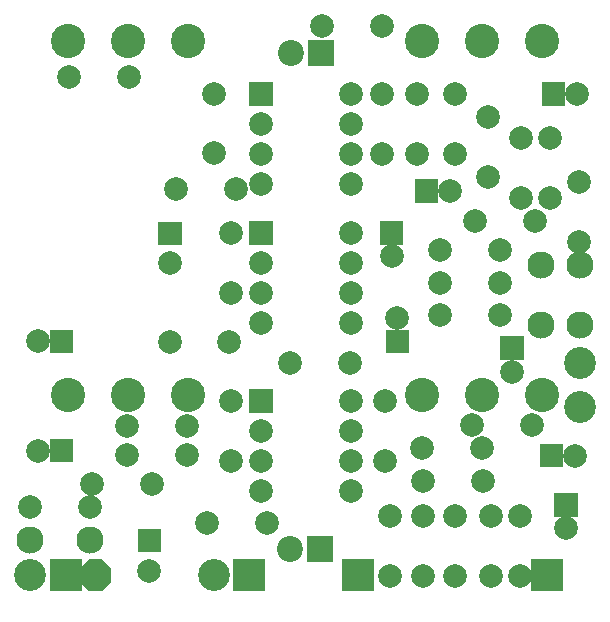
<source format=gts>
%FSLAX34Y34*%
%MOMM*%
%LNSOLDERMASK_TOP*%
G71*
G01*
%ADD10C, 2.900*%
%ADD11C, 2.200*%
%ADD12C, 2.000*%
%ADD13C, 2.700*%
%ADD14C, 2.300*%
%LPD*%
X451000Y470000D02*
G54D10*
D03*
X400200Y470000D02*
G54D10*
D03*
X349400Y470000D02*
G54D10*
D03*
X150962Y470000D02*
G54D10*
D03*
X100162Y470000D02*
G54D10*
D03*
X49362Y470000D02*
G54D10*
D03*
X451000Y169962D02*
G54D10*
D03*
X400200Y169963D02*
G54D10*
D03*
X349400Y169962D02*
G54D10*
D03*
X150962Y169962D02*
G54D10*
D03*
X100162Y169963D02*
G54D10*
D03*
X49362Y169962D02*
G54D10*
D03*
X237281Y40050D02*
G54D11*
D03*
G36*
X273681Y29050D02*
X251681Y29050D01*
X251681Y51050D01*
X273681Y51050D01*
X273681Y29050D01*
G37*
X237778Y460000D02*
G54D11*
D03*
G36*
X274178Y449000D02*
X252178Y449000D01*
X252178Y471000D01*
X274178Y471000D01*
X274178Y449000D01*
G37*
G36*
X202500Y175000D02*
X222500Y175000D01*
X222500Y155000D01*
X202500Y155000D01*
X202500Y175000D01*
G37*
X212500Y139600D02*
G54D12*
D03*
X212500Y114200D02*
G54D12*
D03*
X212500Y88800D02*
G54D12*
D03*
X288700Y165000D02*
G54D12*
D03*
X288700Y139600D02*
G54D12*
D03*
X288700Y114200D02*
G54D12*
D03*
X288700Y88800D02*
G54D12*
D03*
X187638Y114400D02*
G54D12*
D03*
X187638Y165200D02*
G54D12*
D03*
G36*
X202500Y317500D02*
X222500Y317500D01*
X222500Y297500D01*
X202500Y297500D01*
X202500Y317500D01*
G37*
X212500Y282100D02*
G54D12*
D03*
X212500Y256700D02*
G54D12*
D03*
X212500Y231300D02*
G54D12*
D03*
X288700Y307500D02*
G54D12*
D03*
X288700Y282100D02*
G54D12*
D03*
X288700Y256700D02*
G54D12*
D03*
X288700Y231300D02*
G54D12*
D03*
G36*
X202500Y435000D02*
X222500Y435000D01*
X222500Y415000D01*
X202500Y415000D01*
X202500Y435000D01*
G37*
X212500Y399600D02*
G54D12*
D03*
X212500Y374200D02*
G54D12*
D03*
X212500Y348800D02*
G54D12*
D03*
X288700Y425000D02*
G54D12*
D03*
X288700Y399600D02*
G54D12*
D03*
X288700Y374200D02*
G54D12*
D03*
X288700Y348800D02*
G54D12*
D03*
X17500Y17500D02*
G54D13*
D03*
G36*
X34000Y31000D02*
X61000Y31000D01*
X61000Y4000D01*
X34000Y4000D01*
X34000Y31000D01*
G37*
X68300Y47500D02*
G54D14*
D03*
X17500Y47500D02*
G54D14*
D03*
X172500Y17500D02*
G54D13*
D03*
G36*
X189000Y31000D02*
X216000Y31000D01*
X216000Y4000D01*
X189000Y4000D01*
X189000Y31000D01*
G37*
X217842Y61518D02*
G54D12*
D03*
X167042Y61518D02*
G54D12*
D03*
X150342Y144018D02*
G54D12*
D03*
X99542Y144018D02*
G54D12*
D03*
X150342Y119018D02*
G54D12*
D03*
X99542Y119018D02*
G54D12*
D03*
X237237Y197300D02*
G54D12*
D03*
X288038Y197300D02*
G54D12*
D03*
X349738Y97300D02*
G54D12*
D03*
X400538Y97300D02*
G54D12*
D03*
X118150Y21488D02*
G54D12*
D03*
G36*
X108150Y36888D02*
X108150Y56888D01*
X128150Y56888D01*
X128150Y36888D01*
X108150Y36888D01*
G37*
G36*
X281500Y31000D02*
X308500Y31000D01*
X308500Y4000D01*
X281500Y4000D01*
X281500Y31000D01*
G37*
X317638Y114400D02*
G54D12*
D03*
X317638Y165200D02*
G54D12*
D03*
X67500Y75000D02*
G54D12*
D03*
X16700Y75000D02*
G54D12*
D03*
X120000Y95000D02*
G54D12*
D03*
X69200Y95000D02*
G54D12*
D03*
X349670Y17180D02*
G54D12*
D03*
X349670Y67980D02*
G54D12*
D03*
X322170Y17180D02*
G54D12*
D03*
X322170Y67980D02*
G54D12*
D03*
X377170Y17180D02*
G54D12*
D03*
X377170Y67980D02*
G54D12*
D03*
X400000Y125000D02*
G54D12*
D03*
X349200Y125000D02*
G54D12*
D03*
G36*
X441500Y31000D02*
X468500Y31000D01*
X468500Y4000D01*
X441500Y4000D01*
X441500Y31000D01*
G37*
X407170Y17180D02*
G54D12*
D03*
X407170Y67980D02*
G54D12*
D03*
X432170Y17180D02*
G54D12*
D03*
X432170Y67980D02*
G54D12*
D03*
X135650Y281488D02*
G54D12*
D03*
G36*
X125650Y296888D02*
X125650Y316888D01*
X145650Y316888D01*
X145650Y296888D01*
X125650Y296888D01*
G37*
X187638Y307701D02*
G54D12*
D03*
X187638Y256901D02*
G54D12*
D03*
X185400Y214638D02*
G54D12*
D03*
X135400Y214638D02*
G54D12*
D03*
X482500Y280000D02*
G54D14*
D03*
X482500Y229200D02*
G54D14*
D03*
X478595Y118842D02*
G54D12*
D03*
G36*
X468595Y108842D02*
X448595Y108842D01*
X448595Y128842D01*
X468595Y128842D01*
X468595Y108842D01*
G37*
X470726Y57137D02*
G54D12*
D03*
G36*
X460726Y67137D02*
X460726Y87137D01*
X480726Y87137D01*
X480726Y67137D01*
X460726Y67137D01*
G37*
X23912Y215574D02*
G54D12*
D03*
G36*
X33912Y225574D02*
X53912Y225574D01*
X53912Y205574D01*
X33912Y205574D01*
X33912Y225574D01*
G37*
X23912Y123075D02*
G54D12*
D03*
G36*
X33912Y133074D02*
X53912Y133074D01*
X53912Y113074D01*
X33912Y113074D01*
X33912Y133074D01*
G37*
X328170Y235387D02*
G54D12*
D03*
G36*
X338170Y225387D02*
X338170Y205387D01*
X318170Y205387D01*
X318170Y225387D01*
X338170Y225387D01*
G37*
X315138Y425201D02*
G54D12*
D03*
X315138Y374401D02*
G54D12*
D03*
X323225Y287464D02*
G54D12*
D03*
G36*
X313225Y297464D02*
X313225Y317464D01*
X333225Y317464D01*
X333225Y297464D01*
X313225Y297464D01*
G37*
X404680Y405331D02*
G54D12*
D03*
X404680Y354531D02*
G54D12*
D03*
X450000Y280000D02*
G54D14*
D03*
X450000Y229200D02*
G54D14*
D03*
X432500Y387325D02*
G54D12*
D03*
X432500Y336525D02*
G54D12*
D03*
X457500Y336875D02*
G54D12*
D03*
X457500Y387675D02*
G54D12*
D03*
X344680Y425331D02*
G54D12*
D03*
X344680Y374531D02*
G54D12*
D03*
X315000Y482500D02*
G54D12*
D03*
X264200Y482500D02*
G54D12*
D03*
X372683Y342738D02*
G54D12*
D03*
G36*
X362683Y332738D02*
X342683Y332738D01*
X342683Y352738D01*
X362683Y352738D01*
X362683Y332738D01*
G37*
X415000Y265000D02*
G54D12*
D03*
X364200Y265000D02*
G54D12*
D03*
X415000Y237500D02*
G54D12*
D03*
X364200Y237500D02*
G54D12*
D03*
X415000Y292500D02*
G54D12*
D03*
X364200Y292500D02*
G54D12*
D03*
X445000Y317500D02*
G54D12*
D03*
X394200Y317500D02*
G54D12*
D03*
X482170Y299680D02*
G54D12*
D03*
X482170Y350480D02*
G54D12*
D03*
X480183Y425238D02*
G54D12*
D03*
G36*
X470183Y415238D02*
X450183Y415238D01*
X450183Y435238D01*
X470183Y435238D01*
X470183Y415238D01*
G37*
X172900Y374638D02*
G54D12*
D03*
X172900Y424637D02*
G54D12*
D03*
X377180Y425331D02*
G54D12*
D03*
X377180Y374531D02*
G54D12*
D03*
X191200Y344638D02*
G54D12*
D03*
X140400Y344638D02*
G54D12*
D03*
X101200Y439637D02*
G54D12*
D03*
X50400Y439637D02*
G54D12*
D03*
X425215Y189950D02*
G54D12*
D03*
G36*
X415215Y199950D02*
X415215Y219950D01*
X435215Y219950D01*
X435215Y199950D01*
X415215Y199950D01*
G37*
X442500Y145000D02*
G54D12*
D03*
X391700Y145000D02*
G54D12*
D03*
X482500Y197500D02*
G54D13*
D03*
X482500Y160000D02*
G54D13*
D03*
G36*
X59000Y23103D02*
X66897Y31000D01*
X78103Y31000D01*
X86000Y23103D01*
X86000Y11897D01*
X78103Y4000D01*
X66897Y4000D01*
X59000Y11897D01*
X59000Y23103D01*
G37*
M02*

</source>
